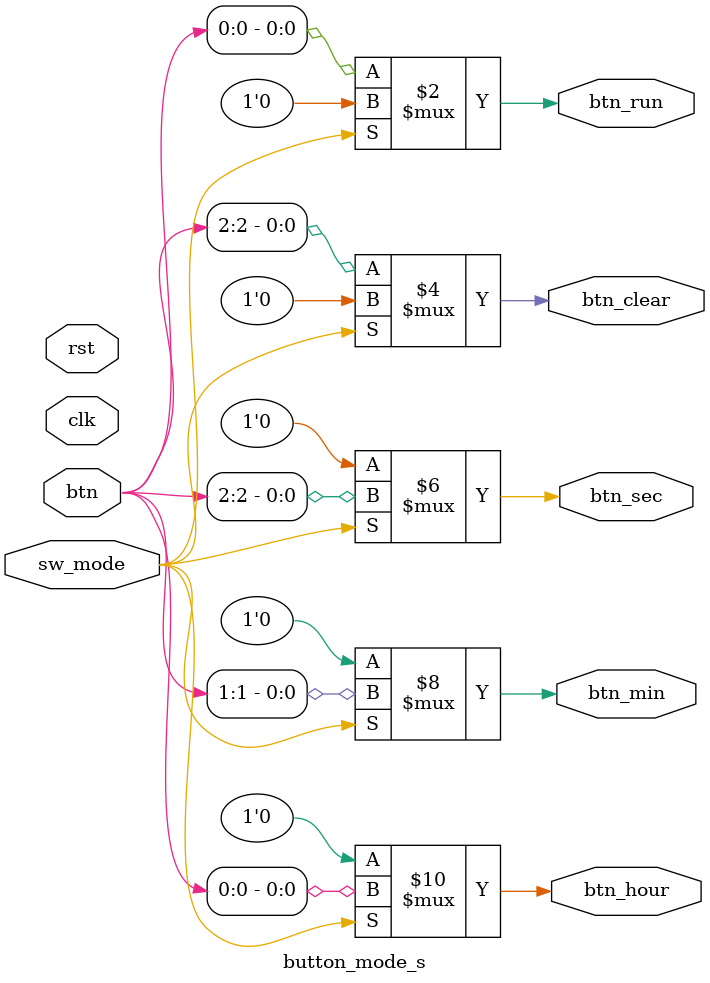
<source format=v>
`timescale 1ns / 1ps


module Top_button_Ctrl(
    //btn
    input sw_mode,clk,rst,
    input [2:0] btn,
    output btn_run, btn_clear,
    output btn_sec, btn_min, btn_hour

);

    wire [2:0] w_btn;

btn_debounce U_Btn_DB_L(
    .clk(clk),
    .rst(rst),
    .i_btn(btn[0]),
    .o_btn(w_btn[0])
    );

btn_debounce U_Btn_DB_U(
    .clk(clk),
    .rst(rst),
    .i_btn(btn[1]),
    .o_btn(w_btn[1])
    );

btn_debounce U_Btn_DB_R(
    .clk(clk),
    .rst(rst),
    .i_btn(btn[2]),
    .o_btn(w_btn[2])
    );

button_mode_s U_button_mode(
    .sw_mode(sw_mode),
    .clk(clk),
    .rst(rst),
    .btn(w_btn),
    .btn_run(btn_run), 
    .btn_clear(btn_clear),
    .btn_sec(btn_sec), 
    .btn_min(btn_min), 
    .btn_hour(btn_hour)
);


endmodule







/*

module button_mode_s(
    input sw_mode,clk,rst,
    input [2:0] btn,
    output reg btn_run, btn_clear,
    output reg btn_sec, btn_min, btn_hour
);

    always @(posedge clk, posedge rst) begin
        if(rst) begin btn_run <= 0;
                      btn_clear <= 0;
                      btn_sec <= 0;
                      btn_min <= 0;
                      btn_hour <= 0;
        end 
        else begin
            if(!sw_mode) begin
                btn_run <= btn[0];
                btn_clear <= btn[2];
            end
            else begin
                btn_sec <= btn[2];
                btn_min <= btn[1];
                btn_hour <= btn[0];
            end
        end 
        
    end
endmodule
*/
module button_mode_s(
    input sw_mode,clk,rst,
    input [2:0] btn,
    output btn_run, btn_clear,
    output btn_sec, btn_min, btn_hour
);
/*
    reg run;

    always @(posedge clk, posedge rst) begin
        if(rst) begin run <= 0;
        end 
        else begin
            if(!sw_mode)
            run <= btn[0];
        end
    end
*/
  //  assign btn_run = run;
    assign btn_run = (sw_mode == 0) ? btn[0] : 1'b0;
    assign btn_clear = (sw_mode == 0) ? btn[2] : 1'b0;
    assign btn_sec = (sw_mode == 1) ? btn[2] : 1'b0;
    assign btn_min = (sw_mode == 1) ? btn[1] : 1'b0;
    assign btn_hour = (sw_mode == 1) ? btn[0] : 1'b0;


endmodule


</source>
